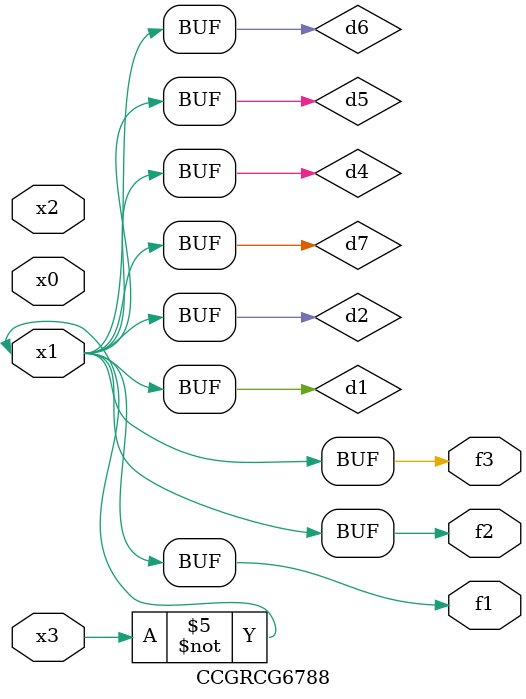
<source format=v>
module CCGRCG6788(
	input x0, x1, x2, x3,
	output f1, f2, f3
);

	wire d1, d2, d3, d4, d5, d6, d7;

	not (d1, x3);
	buf (d2, x1);
	xnor (d3, d1, d2);
	nor (d4, d1);
	buf (d5, d1, d2);
	buf (d6, d4, d5);
	nand (d7, d4);
	assign f1 = d6;
	assign f2 = d7;
	assign f3 = d6;
endmodule

</source>
